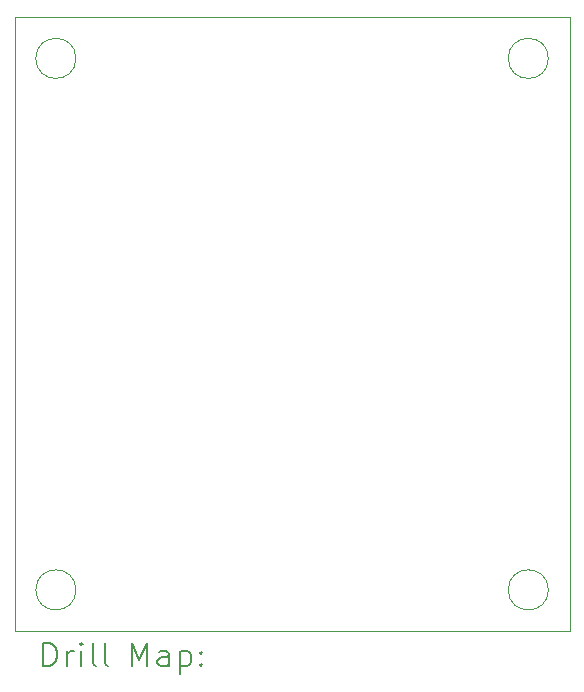
<source format=gbr>
%TF.GenerationSoftware,KiCad,Pcbnew,(7.0.0-0)*%
%TF.CreationDate,2023-05-28T12:49:50+02:00*%
%TF.ProjectId,bms-breakout-board,626d732d-6272-4656-916b-6f75742d626f,rev?*%
%TF.SameCoordinates,Original*%
%TF.FileFunction,Drillmap*%
%TF.FilePolarity,Positive*%
%FSLAX45Y45*%
G04 Gerber Fmt 4.5, Leading zero omitted, Abs format (unit mm)*
G04 Created by KiCad (PCBNEW (7.0.0-0)) date 2023-05-28 12:49:50*
%MOMM*%
%LPD*%
G01*
G04 APERTURE LIST*
%ADD10C,0.100000*%
%ADD11C,0.200000*%
G04 APERTURE END LIST*
D10*
X9520000Y-10150000D02*
G75*
G03*
X9520000Y-10150000I-170000J0D01*
G01*
X5000000Y-15000000D02*
X5000000Y-9800000D01*
X9700000Y-15000000D02*
X5000000Y-15000000D01*
X5000000Y-9800000D02*
X9700000Y-9800000D01*
X9700000Y-9800000D02*
X9700000Y-15000000D01*
X5520000Y-14650000D02*
G75*
G03*
X5520000Y-14650000I-170000J0D01*
G01*
X9520000Y-14650000D02*
G75*
G03*
X9520000Y-14650000I-170000J0D01*
G01*
X5520000Y-10150000D02*
G75*
G03*
X5520000Y-10150000I-170000J0D01*
G01*
D11*
X5242619Y-15298476D02*
X5242619Y-15098476D01*
X5242619Y-15098476D02*
X5290238Y-15098476D01*
X5290238Y-15098476D02*
X5318810Y-15108000D01*
X5318810Y-15108000D02*
X5337857Y-15127048D01*
X5337857Y-15127048D02*
X5347381Y-15146095D01*
X5347381Y-15146095D02*
X5356905Y-15184190D01*
X5356905Y-15184190D02*
X5356905Y-15212762D01*
X5356905Y-15212762D02*
X5347381Y-15250857D01*
X5347381Y-15250857D02*
X5337857Y-15269905D01*
X5337857Y-15269905D02*
X5318810Y-15288952D01*
X5318810Y-15288952D02*
X5290238Y-15298476D01*
X5290238Y-15298476D02*
X5242619Y-15298476D01*
X5442619Y-15298476D02*
X5442619Y-15165143D01*
X5442619Y-15203238D02*
X5452143Y-15184190D01*
X5452143Y-15184190D02*
X5461667Y-15174667D01*
X5461667Y-15174667D02*
X5480714Y-15165143D01*
X5480714Y-15165143D02*
X5499762Y-15165143D01*
X5566429Y-15298476D02*
X5566429Y-15165143D01*
X5566429Y-15098476D02*
X5556905Y-15108000D01*
X5556905Y-15108000D02*
X5566429Y-15117524D01*
X5566429Y-15117524D02*
X5575952Y-15108000D01*
X5575952Y-15108000D02*
X5566429Y-15098476D01*
X5566429Y-15098476D02*
X5566429Y-15117524D01*
X5690238Y-15298476D02*
X5671190Y-15288952D01*
X5671190Y-15288952D02*
X5661667Y-15269905D01*
X5661667Y-15269905D02*
X5661667Y-15098476D01*
X5795000Y-15298476D02*
X5775952Y-15288952D01*
X5775952Y-15288952D02*
X5766428Y-15269905D01*
X5766428Y-15269905D02*
X5766428Y-15098476D01*
X5991190Y-15298476D02*
X5991190Y-15098476D01*
X5991190Y-15098476D02*
X6057857Y-15241333D01*
X6057857Y-15241333D02*
X6124524Y-15098476D01*
X6124524Y-15098476D02*
X6124524Y-15298476D01*
X6305476Y-15298476D02*
X6305476Y-15193714D01*
X6305476Y-15193714D02*
X6295952Y-15174667D01*
X6295952Y-15174667D02*
X6276905Y-15165143D01*
X6276905Y-15165143D02*
X6238809Y-15165143D01*
X6238809Y-15165143D02*
X6219762Y-15174667D01*
X6305476Y-15288952D02*
X6286428Y-15298476D01*
X6286428Y-15298476D02*
X6238809Y-15298476D01*
X6238809Y-15298476D02*
X6219762Y-15288952D01*
X6219762Y-15288952D02*
X6210238Y-15269905D01*
X6210238Y-15269905D02*
X6210238Y-15250857D01*
X6210238Y-15250857D02*
X6219762Y-15231809D01*
X6219762Y-15231809D02*
X6238809Y-15222286D01*
X6238809Y-15222286D02*
X6286428Y-15222286D01*
X6286428Y-15222286D02*
X6305476Y-15212762D01*
X6400714Y-15165143D02*
X6400714Y-15365143D01*
X6400714Y-15174667D02*
X6419762Y-15165143D01*
X6419762Y-15165143D02*
X6457857Y-15165143D01*
X6457857Y-15165143D02*
X6476905Y-15174667D01*
X6476905Y-15174667D02*
X6486428Y-15184190D01*
X6486428Y-15184190D02*
X6495952Y-15203238D01*
X6495952Y-15203238D02*
X6495952Y-15260381D01*
X6495952Y-15260381D02*
X6486428Y-15279428D01*
X6486428Y-15279428D02*
X6476905Y-15288952D01*
X6476905Y-15288952D02*
X6457857Y-15298476D01*
X6457857Y-15298476D02*
X6419762Y-15298476D01*
X6419762Y-15298476D02*
X6400714Y-15288952D01*
X6581667Y-15279428D02*
X6591190Y-15288952D01*
X6591190Y-15288952D02*
X6581667Y-15298476D01*
X6581667Y-15298476D02*
X6572143Y-15288952D01*
X6572143Y-15288952D02*
X6581667Y-15279428D01*
X6581667Y-15279428D02*
X6581667Y-15298476D01*
X6581667Y-15174667D02*
X6591190Y-15184190D01*
X6591190Y-15184190D02*
X6581667Y-15193714D01*
X6581667Y-15193714D02*
X6572143Y-15184190D01*
X6572143Y-15184190D02*
X6581667Y-15174667D01*
X6581667Y-15174667D02*
X6581667Y-15193714D01*
M02*

</source>
